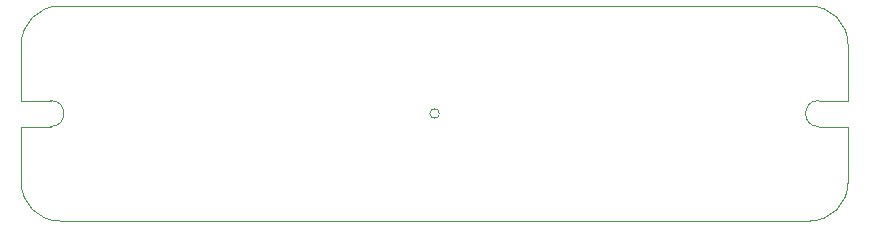
<source format=gm1>
%TF.GenerationSoftware,KiCad,Pcbnew,(5.1.6)-1*%
%TF.CreationDate,2020-09-18T10:34:42+08:00*%
%TF.ProjectId,Nu Multi Board,4e75204d-756c-4746-9920-426f6172642e,rev?*%
%TF.SameCoordinates,Original*%
%TF.FileFunction,Profile,NP*%
%FSLAX46Y46*%
G04 Gerber Fmt 4.6, Leading zero omitted, Abs format (unit mm)*
G04 Created by KiCad (PCBNEW (5.1.6)-1) date 2020-09-18 10:34:42*
%MOMM*%
%LPD*%
G01*
G04 APERTURE LIST*
%TA.AperFunction,Profile*%
%ADD10C,0.100000*%
%TD*%
G04 APERTURE END LIST*
D10*
X140930000Y-94070000D02*
G75*
G03*
X140930000Y-94070000I-400000J0D01*
G01*
X172280000Y-84970000D02*
X108780000Y-84970000D01*
X175530000Y-88220000D02*
G75*
G03*
X172280000Y-84970000I-3250000J0D01*
G01*
X175530000Y-92970000D02*
X175530000Y-88220000D01*
X173030000Y-92970000D02*
X175530000Y-92970000D01*
X173030000Y-92970000D02*
G75*
G03*
X173030000Y-95170000I0J-1100000D01*
G01*
X175530000Y-95170000D02*
X173030000Y-95170000D01*
X175530000Y-99920000D02*
X175530000Y-95170000D01*
X172280000Y-103170000D02*
G75*
G03*
X175530000Y-99920000I0J3250000D01*
G01*
X108780000Y-103170000D02*
X172280000Y-103170000D01*
X105530000Y-99920000D02*
G75*
G03*
X108780000Y-103170000I3250000J0D01*
G01*
X105530000Y-95170000D02*
X105530000Y-99920000D01*
X108030000Y-95170000D02*
X105530000Y-95170000D01*
X108030000Y-95170000D02*
G75*
G03*
X108030000Y-92970000I0J1100000D01*
G01*
X105530000Y-92970000D02*
X108030000Y-92970000D01*
X105530000Y-88220000D02*
X105530000Y-92970000D01*
X108780000Y-84970000D02*
G75*
G03*
X105530000Y-88220000I0J-3250000D01*
G01*
M02*

</source>
